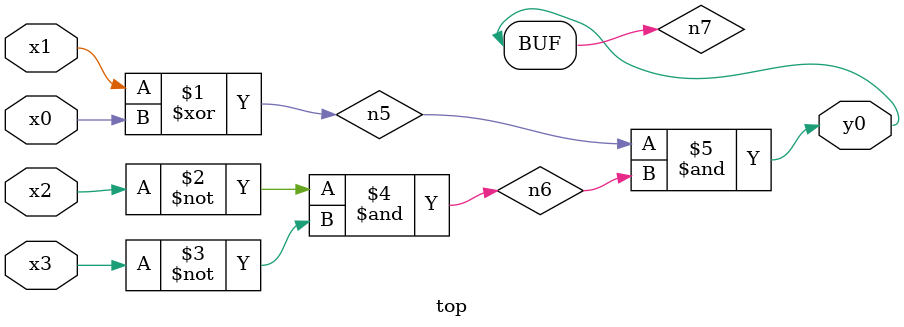
<source format=v>
module top( x0 , x1 , x2 , x3 , y0 );
  input x0 , x1 , x2 , x3 ;
  output y0 ;
  wire n5 , n6 , n7 ;
  assign n5 = x1 ^ x0 ;
  assign n6 = ~x2 & ~x3 ;
  assign n7 = n5 & n6 ;
  assign y0 = n7 ;
endmodule

</source>
